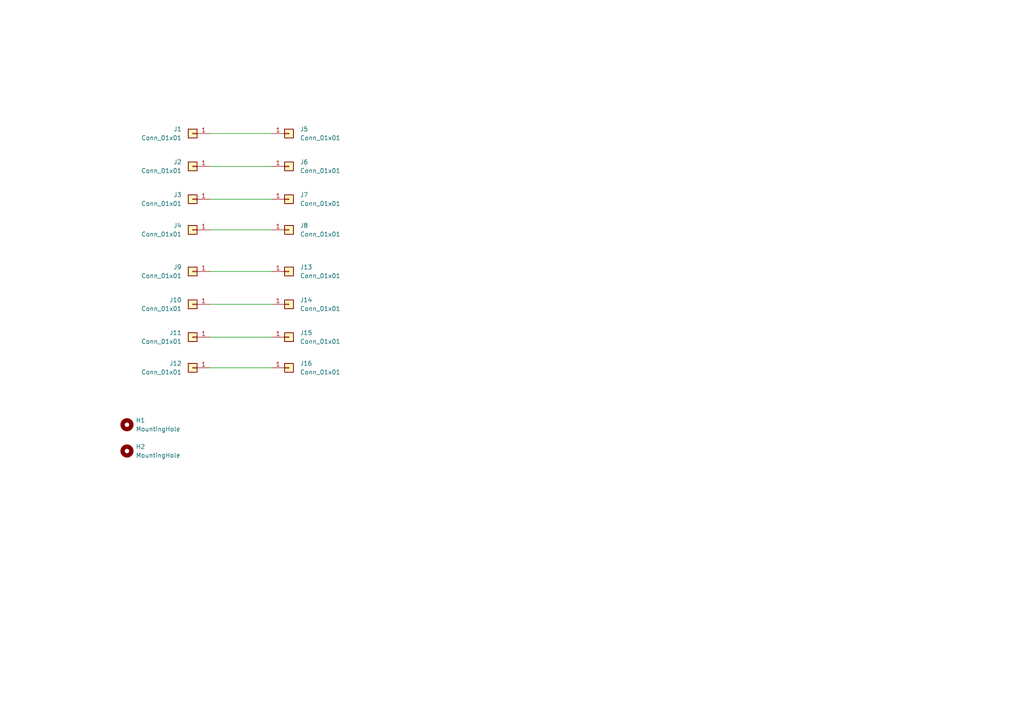
<source format=kicad_sch>
(kicad_sch (version 20211123) (generator eeschema)
  (paper "A4")
  (lib_symbols
    (symbol "Connector_Generic:Conn_01x01" (pin_names (offset 1.016) hide)
      (property "Reference" "J" (at 0 2.54 0))
      (property "Value" "Conn_01x01" (at 0 -2.54 0))
      (symbol "Conn_01x01_1_1"
        (rectangle (start -1.27 0.127) (end 0 -0.127) (stroke (width 0.1524)))
        (rectangle (start -1.27 1.27) (end 1.27 -1.27) (stroke (width 0.254)) (fill (type background)))
        (pin passive line (at -5.08 0 0) (length 3.81) (name "Pin_1") (number "1"))
      )
    )
    (symbol "Mechanical:MountingHole" (pin_names (offset 1.016))
      (property "Reference" "H" (at 0 5.08 0))
      (property "Value" "MountingHole" (at 0 3.175 0))
      (symbol "MountingHole_0_1"
        (circle (center 0 0) (radius 1.27) (stroke (width 1.27)))
      )
    )
  )
  (wire (pts (xy 60.96 66.675) (xy 78.74 66.675)))
  (wire (pts (xy 60.96 106.68) (xy 78.74 106.68)))
  (wire (pts (xy 60.96 38.735) (xy 78.74 38.735)))
  (wire (pts (xy 60.96 88.265) (xy 78.74 88.265)))
  (wire (pts (xy 60.96 48.26) (xy 78.74 48.26)))
  (wire (pts (xy 60.96 97.79) (xy 78.74 97.79)))
  (wire (pts (xy 60.96 78.74) (xy 78.74 78.74)))
  (wire (pts (xy 60.96 57.785) (xy 78.74 57.785)))
  (symbol (lib_id "Connector_Generic:Conn_01x01") (at 55.88 48.26 0) (mirror y) (unit 1)
    (property "Reference" "J2" (at 52.705 46.9899 0) (effects (justify left)))
    (property "Value" "Conn_01x01" (at 52.705 49.5299 0) (effects (justify left)))
    (property "Footprint" "Connector_Wire:SolderWire-1.5sqmm_1x01_D1.7mm_OD3mm" (effects hide))
  )
  (symbol (lib_id "Connector_Generic:Conn_01x01") (at 83.82 57.785 0) (unit 1)
    (property "Reference" "J7" (at 86.995 56.5149 0) (effects (justify left)))
    (property "Value" "Conn_01x01" (at 86.995 59.0549 0) (effects (justify left)))
    (property "Footprint" "Connector_Wire:SolderWirePad_1x01_SMD_1x2mm" (effects hide))
  )
  (symbol (lib_id "Connector_Generic:Conn_01x01") (at 83.82 106.68 0) (unit 1)
    (property "Reference" "J16" (at 86.995 105.4099 0) (effects (justify left)))
    (property "Value" "Conn_01x01" (at 86.995 107.9499 0) (effects (justify left)))
    (property "Footprint" "Connector_Wire:SolderWirePad_1x01_SMD_1x2mm" (effects hide))
  )
  (symbol (lib_id "Connector_Generic:Conn_01x01") (at 55.88 88.265 0) (mirror y) (unit 1)
    (property "Reference" "J10" (at 52.705 86.9949 0) (effects (justify left)))
    (property "Value" "Conn_01x01" (at 52.705 89.5349 0) (effects (justify left)))
    (property "Footprint" "Connector_Wire:SolderWirePad_1x01_SMD_1x2mm" (effects hide))
  )
  (symbol (lib_id "Connector_Generic:Conn_01x01") (at 55.88 106.68 0) (mirror y) (unit 1)
    (property "Reference" "J12" (at 52.705 105.4099 0) (effects (justify left)))
    (property "Value" "Conn_01x01" (at 52.705 107.9499 0) (effects (justify left)))
    (property "Footprint" "Connector_Wire:SolderWirePad_1x01_SMD_1x2mm" (effects hide))
  )
  (symbol (lib_id "Connector_Generic:Conn_01x01") (at 55.88 57.785 0) (mirror y) (unit 1)
    (property "Reference" "J3" (at 52.705 56.5149 0) (effects (justify left)))
    (property "Value" "Conn_01x01" (at 52.705 59.0549 0) (effects (justify left)))
    (property "Footprint" "Connector_Wire:SolderWire-1.5sqmm_1x01_D1.7mm_OD3mm" (effects hide))
  )
  (symbol (lib_id "Connector_Generic:Conn_01x01") (at 83.82 48.26 0) (unit 1)
    (property "Reference" "J6" (at 86.995 46.9899 0) (effects (justify left)))
    (property "Value" "Conn_01x01" (at 86.995 49.5299 0) (effects (justify left)))
    (property "Footprint" "Connector_Wire:SolderWirePad_1x01_SMD_1x2mm" (effects hide))
  )
  (symbol (lib_id "Mechanical:MountingHole") (at 36.83 123.19 0) (unit 1)
    (property "Reference" "H1" (at 39.37 121.9199 0) (effects (justify left)))
    (property "Value" "MountingHole" (at 39.37 124.4599 0) (effects (justify left)))
    (property "Footprint" "MountingHole:MountingHole_3.2mm_M3" (effects hide))
  )
  (symbol (lib_id "Connector_Generic:Conn_01x01") (at 55.88 97.79 0) (mirror y) (unit 1)
    (property "Reference" "J11" (at 52.705 96.5199 0) (effects (justify left)))
    (property "Value" "Conn_01x01" (at 52.705 99.0599 0) (effects (justify left)))
    (property "Footprint" "Connector_Wire:SolderWirePad_1x01_SMD_1x2mm" (effects hide))
  )
  (symbol (lib_id "Connector_Generic:Conn_01x01") (at 55.88 78.74 0) (mirror y) (unit 1)
    (property "Reference" "J9" (at 52.705 77.4699 0) (effects (justify left)))
    (property "Value" "Conn_01x01" (at 52.705 80.0099 0) (effects (justify left)))
    (property "Footprint" "Connector_Wire:SolderWirePad_1x01_SMD_1x2mm" (effects hide))
  )
  (symbol (lib_id "Connector_Generic:Conn_01x01") (at 55.88 66.675 0) (mirror y) (unit 1)
    (property "Reference" "J4" (at 52.705 65.4049 0) (effects (justify left)))
    (property "Value" "Conn_01x01" (at 52.705 67.9449 0) (effects (justify left)))
    (property "Footprint" "Connector_Wire:SolderWire-1.5sqmm_1x01_D1.7mm_OD3mm" (effects hide))
  )
  (symbol (lib_id "Connector_Generic:Conn_01x01") (at 83.82 88.265 0) (unit 1)
    (property "Reference" "J14" (at 86.995 86.9949 0) (effects (justify left)))
    (property "Value" "Conn_01x01" (at 86.995 89.5349 0) (effects (justify left)))
    (property "Footprint" "Connector_Wire:SolderWirePad_1x01_SMD_1x2mm" (effects hide))
  )
  (symbol (lib_id "Connector_Generic:Conn_01x01") (at 55.88 38.735 0) (mirror y) (unit 1)
    (property "Reference" "J1" (at 52.705 37.4649 0) (effects (justify left)))
    (property "Value" "Conn_01x01" (at 52.705 40.0049 0) (effects (justify left)))
    (property "Footprint" "Connector_Wire:SolderWire-1.5sqmm_1x01_D1.7mm_OD3mm" (effects hide))
  )
  (symbol (lib_id "Connector_Generic:Conn_01x01") (at 83.82 38.735 0) (unit 1)
    (property "Reference" "J5" (at 86.995 37.4649 0) (effects (justify left)))
    (property "Value" "Conn_01x01" (at 86.995 40.0049 0) (effects (justify left)))
    (property "Footprint" "Connector_Wire:SolderWirePad_1x01_SMD_1x2mm" (effects hide))
  )
  (symbol (lib_id "Connector_Generic:Conn_01x01") (at 83.82 78.74 0) (unit 1)
    (property "Reference" "J13" (at 86.995 77.4699 0) (effects (justify left)))
    (property "Value" "Conn_01x01" (at 86.995 80.0099 0) (effects (justify left)))
    (property "Footprint" "Connector_Wire:SolderWirePad_1x01_SMD_1x2mm" (effects hide))
  )
  (symbol (lib_id "Connector_Generic:Conn_01x01") (at 83.82 97.79 0) (unit 1)
    (property "Reference" "J15" (at 86.995 96.5199 0) (effects (justify left)))
    (property "Value" "Conn_01x01" (at 86.995 99.0599 0) (effects (justify left)))
    (property "Footprint" "Connector_Wire:SolderWirePad_1x01_SMD_1x2mm" (effects hide))
  )
  (symbol (lib_id "Mechanical:MountingHole") (at 36.83 130.81 0) (unit 1)
    (property "Reference" "H2" (at 39.37 129.5399 0) (effects (justify left)))
    (property "Value" "MountingHole" (at 39.37 132.0799 0) (effects (justify left)))
    (property "Footprint" "MountingHole:MountingHole_3.2mm_M3" (effects hide))
  )
  (symbol (lib_id "Connector_Generic:Conn_01x01") (at 83.82 66.675 0) (unit 1)
    (property "Reference" "J8" (at 86.995 65.4049 0) (effects (justify left)))
    (property "Value" "Conn_01x01" (at 86.995 67.9449 0) (effects (justify left)))
    (property "Footprint" "Connector_Wire:SolderWirePad_1x01_SMD_1x2mm" (effects hide))
  )
)
</source>
